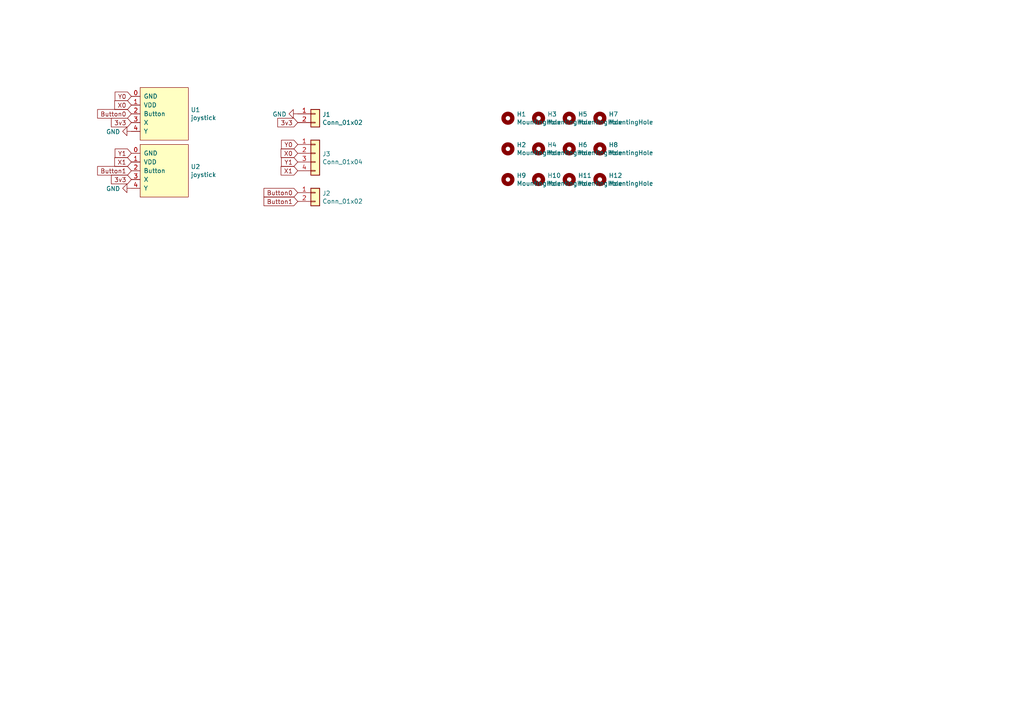
<source format=kicad_sch>
(kicad_sch (version 20230121) (generator eeschema)
  (paper "A4")
  (lib_symbols
    (symbol "Connector_Generic:Conn_01x02" (pin_names (offset 1.016) hide)
      (property "Reference" "J" (at 0 2.54 0))
      (property "Value" "Conn_01x02" (at 0 -5.08 0))
      (symbol "Conn_01x02_1_1"
        (rectangle (start -1.27 -2.413) (end 0 -2.667) (stroke (width 0.1524)))
        (rectangle (start -1.27 0.127) (end 0 -0.127) (stroke (width 0.1524)))
        (rectangle (start -1.27 1.27) (end 1.27 -3.81) (stroke (width 0.254)) (fill (type background)))
        (pin passive line (at -5.08 0 0) (length 3.81) (name "Pin_1") (number "1"))
        (pin passive line (at -5.08 -2.54 0) (length 3.81) (name "Pin_2") (number "2"))
      )
    )
    (symbol "Connector_Generic:Conn_01x04" (pin_names (offset 1.016) hide)
      (property "Reference" "J" (at 0 5.08 0))
      (property "Value" "Conn_01x04" (at 0 -7.62 0))
      (symbol "Conn_01x04_1_1"
        (rectangle (start -1.27 -4.953) (end 0 -5.207) (stroke (width 0.1524)))
        (rectangle (start -1.27 -2.413) (end 0 -2.667) (stroke (width 0.1524)))
        (rectangle (start -1.27 0.127) (end 0 -0.127) (stroke (width 0.1524)))
        (rectangle (start -1.27 2.667) (end 0 2.413) (stroke (width 0.1524)))
        (rectangle (start -1.27 3.81) (end 1.27 -6.35) (stroke (width 0.254)) (fill (type background)))
        (pin passive line (at -5.08 2.54 0) (length 3.81) (name "Pin_1") (number "1"))
        (pin passive line (at -5.08 0 0) (length 3.81) (name "Pin_2") (number "2"))
        (pin passive line (at -5.08 -2.54 0) (length 3.81) (name "Pin_3") (number "3"))
        (pin passive line (at -5.08 -5.08 0) (length 3.81) (name "Pin_4") (number "4"))
      )
    )
    (symbol "Mechanical:MountingHole" (pin_names (offset 1.016))
      (property "Reference" "H" (at 0 5.08 0))
      (property "Value" "MountingHole" (at 0 3.175 0))
      (symbol "MountingHole_0_1"
        (circle (center 0 0) (radius 1.27) (stroke (width 1.27)))
      )
    )
    (symbol "keyestudio-joystick:joystick" (pin_names (offset 1.016))
      (property "Reference" "U" (at 1.27 1.27 0))
      (property "Value" "joystick" (at 10.16 -7.62 90))
      (symbol "joystick_0_1"
        (rectangle (start 0 0) (end 13.97 -15.24) (fill (type background)))
      )
      (symbol "joystick_1_1"
        (pin power_out line (at -2.54 -2.54 0) (length 2.54) (name "GND") (number "0"))
        (pin power_in line (at -2.54 -5.08 0) (length 2.54) (name "VDD") (number "1"))
        (pin output line (at -2.54 -7.62 0) (length 2.54) (name "Button") (number "2"))
        (pin output line (at -2.54 -10.16 0) (length 2.54) (name "X") (number "3"))
        (pin output line (at -2.54 -12.7 0) (length 2.54) (name "Y") (number "4"))
      )
    )
    (symbol "power:GND" (power) (pin_names (offset 0))
      (property "Value" "GND" (at 0 -3.81 0))
      (symbol "GND_0_1"
        (polyline (pts (xy 0 0) (xy 0 -1.27) (xy 1.27 -1.27) (xy 0 -2.54) (xy -1.27 -1.27) (xy 0 -1.27)))
      )
      (symbol "GND_1_1"
        (pin power_in line (at 0 0 270) (length 0) hide (name "GND") (number "1"))
      )
    )
  )
  (global_label "3v3" (shape input) (at 86.36 35.56 180) (property "Intersheetrefs" "${INTERSHEET_REFS}" (effects hide)))
  (global_label "X1" (shape input) (at 38.1 46.99 180) (property "Intersheetrefs" "${INTERSHEET_REFS}" (effects hide)))
  (global_label "Y1" (shape input) (at 38.1 44.45 180) (property "Intersheetrefs" "${INTERSHEET_REFS}" (effects hide)))
  (global_label "Button1" (shape input) (at 38.1 49.53 180) (property "Intersheetrefs" "${INTERSHEET_REFS}" (effects hide)))
  (global_label "Button0" (shape input) (at 38.1 33.02 180) (property "Intersheetrefs" "${INTERSHEET_REFS}" (effects hide)))
  (global_label "Y0" (shape input) (at 86.36 41.91 180) (property "Intersheetrefs" "${INTERSHEET_REFS}" (effects hide)))
  (global_label "Y0" (shape input) (at 38.1 27.94 180) (property "Intersheetrefs" "${INTERSHEET_REFS}" (effects hide)))
  (global_label "X1" (shape input) (at 86.36 49.53 180) (property "Intersheetrefs" "${INTERSHEET_REFS}" (effects hide)))
  (global_label "X0" (shape input) (at 86.36 44.45 180) (property "Intersheetrefs" "${INTERSHEET_REFS}" (effects hide)))
  (global_label "3v3" (shape input) (at 38.1 35.56 180) (property "Intersheetrefs" "${INTERSHEET_REFS}" (effects hide)))
  (global_label "Button1" (shape input) (at 86.36 58.42 180) (property "Intersheetrefs" "${INTERSHEET_REFS}" (effects hide)))
  (global_label "Y1" (shape input) (at 86.36 46.99 180) (property "Intersheetrefs" "${INTERSHEET_REFS}" (effects hide)))
  (global_label "Button0" (shape input) (at 86.36 55.88 180) (property "Intersheetrefs" "${INTERSHEET_REFS}" (effects hide)))
  (global_label "3v3" (shape input) (at 38.1 52.07 180) (property "Intersheetrefs" "${INTERSHEET_REFS}" (effects hide)))
  (global_label "X0" (shape input) (at 38.1 30.48 180) (property "Intersheetrefs" "${INTERSHEET_REFS}" (effects hide)))
  (symbol (lib_id "power:GND") (at 38.1 38.1 270) (unit 1)
    (property "Reference" "#PWR0101" (effects hide))
    (property "Value" "GND" (at 34.8488 38.227 90) (effects (justify right)))
  )
  (symbol (lib_id "power:GND") (at 38.1 54.61 270) (unit 1)
    (property "Reference" "#PWR0102" (effects hide))
    (property "Value" "GND" (at 34.8488 54.737 90) (effects (justify right)))
  )
  (symbol (lib_id "keyestudio-joystick:joystick") (at 40.64 25.4 0) (unit 1)
    (property "Reference" "U1" (at 55.3212 31.8516 0) (effects (justify left)))
    (property "Value" "joystick" (at 55.3212 34.163 0) (effects (justify left)))
    (property "Footprint" "joystick-board:joystick" (effects hide))
  )
  (symbol (lib_id "keyestudio-joystick:joystick") (at 40.64 41.91 0) (unit 1)
    (property "Reference" "U2" (at 55.3212 48.3616 0) (effects (justify left)))
    (property "Value" "joystick" (at 55.3212 50.673 0) (effects (justify left)))
    (property "Footprint" "joystick-board:joystick" (effects hide))
  )
  (symbol (lib_id "power:GND") (at 86.36 33.02 270) (unit 1)
    (property "Reference" "#PWR01" (effects hide))
    (property "Value" "GND" (at 83.1088 33.147 90) (effects (justify right)))
  )
  (symbol (lib_id "Connector_Generic:Conn_01x02") (at 91.44 33.02 0) (unit 1)
    (property "Reference" "J1" (at 93.472 33.2232 0) (effects (justify left)))
    (property "Value" "Conn_01x02" (at 93.472 35.5346 0) (effects (justify left)))
    (property "Footprint" "Connector_PinHeader_2.54mm:PinHeader_1x02_P2.54mm_Vertical" (effects hide))
  )
  (symbol (lib_id "Connector_Generic:Conn_01x04") (at 91.44 44.45 0) (unit 1)
    (property "Reference" "J3" (at 93.472 44.6532 0) (effects (justify left)))
    (property "Value" "Conn_01x04" (at 93.472 46.9646 0) (effects (justify left)))
    (property "Footprint" "Connector_PinHeader_2.54mm:PinHeader_1x04_P2.54mm_Vertical" (effects hide))
  )
  (symbol (lib_id "Mechanical:MountingHole") (at 147.32 34.29 0) (unit 1)
    (property "Reference" "H1" (at 149.86 33.1216 0) (effects (justify left)))
    (property "Value" "MountingHole" (at 149.86 35.433 0) (effects (justify left)))
    (property "Footprint" "MountingHole:MountingHole_4mm" (effects hide))
  )
  (symbol (lib_id "Mechanical:MountingHole") (at 156.21 34.29 0) (unit 1)
    (property "Reference" "H3" (at 158.75 33.1216 0) (effects (justify left)))
    (property "Value" "MountingHole" (at 158.75 35.433 0) (effects (justify left)))
    (property "Footprint" "MountingHole:MountingHole_4mm" (effects hide))
  )
  (symbol (lib_id "Mechanical:MountingHole") (at 165.1 34.29 0) (unit 1)
    (property "Reference" "H5" (at 167.64 33.1216 0) (effects (justify left)))
    (property "Value" "MountingHole" (at 167.64 35.433 0) (effects (justify left)))
    (property "Footprint" "MountingHole:MountingHole_4mm" (effects hide))
  )
  (symbol (lib_id "Mechanical:MountingHole") (at 173.99 34.29 0) (unit 1)
    (property "Reference" "H7" (at 176.53 33.1216 0) (effects (justify left)))
    (property "Value" "MountingHole" (at 176.53 35.433 0) (effects (justify left)))
    (property "Footprint" "MountingHole:MountingHole_4mm" (effects hide))
  )
  (symbol (lib_id "Mechanical:MountingHole") (at 147.32 43.18 0) (unit 1)
    (property "Reference" "H2" (at 149.86 42.0116 0) (effects (justify left)))
    (property "Value" "MountingHole" (at 149.86 44.323 0) (effects (justify left)))
    (property "Footprint" "MountingHole:MountingHole_4mm" (effects hide))
  )
  (symbol (lib_id "Mechanical:MountingHole") (at 156.21 43.18 0) (unit 1)
    (property "Reference" "H4" (at 158.75 42.0116 0) (effects (justify left)))
    (property "Value" "MountingHole" (at 158.75 44.323 0) (effects (justify left)))
    (property "Footprint" "MountingHole:MountingHole_4mm" (effects hide))
  )
  (symbol (lib_id "Mechanical:MountingHole") (at 165.1 43.18 0) (unit 1)
    (property "Reference" "H6" (at 167.64 42.0116 0) (effects (justify left)))
    (property "Value" "MountingHole" (at 167.64 44.323 0) (effects (justify left)))
    (property "Footprint" "MountingHole:MountingHole_4mm" (effects hide))
  )
  (symbol (lib_id "Mechanical:MountingHole") (at 173.99 43.18 0) (unit 1)
    (property "Reference" "H8" (at 176.53 42.0116 0) (effects (justify left)))
    (property "Value" "MountingHole" (at 176.53 44.323 0) (effects (justify left)))
    (property "Footprint" "MountingHole:MountingHole_4mm" (effects hide))
  )
  (symbol (lib_id "Mechanical:MountingHole") (at 147.32 52.07 0) (unit 1)
    (property "Reference" "H9" (at 149.86 50.9016 0) (effects (justify left)))
    (property "Value" "MountingHole" (at 149.86 53.213 0) (effects (justify left)))
    (property "Footprint" "MountingHole:MountingHole_4mm" (effects hide))
  )
  (symbol (lib_id "Mechanical:MountingHole") (at 156.21 52.07 0) (unit 1)
    (property "Reference" "H10" (at 158.75 50.9016 0) (effects (justify left)))
    (property "Value" "MountingHole" (at 158.75 53.213 0) (effects (justify left)))
    (property "Footprint" "MountingHole:MountingHole_4mm" (effects hide))
  )
  (symbol (lib_id "Mechanical:MountingHole") (at 165.1 52.07 0) (unit 1)
    (property "Reference" "H11" (at 167.64 50.9016 0) (effects (justify left)))
    (property "Value" "MountingHole" (at 167.64 53.213 0) (effects (justify left)))
    (property "Footprint" "MountingHole:MountingHole_4mm" (effects hide))
  )
  (symbol (lib_id "Mechanical:MountingHole") (at 173.99 52.07 0) (unit 1)
    (property "Reference" "H12" (at 176.53 50.9016 0) (effects (justify left)))
    (property "Value" "MountingHole" (at 176.53 53.213 0) (effects (justify left)))
    (property "Footprint" "MountingHole:MountingHole_4mm" (effects hide))
  )
  (symbol (lib_id "Connector_Generic:Conn_01x02") (at 91.44 55.88 0) (unit 1)
    (property "Reference" "J2" (at 93.472 56.0832 0) (effects (justify left)))
    (property "Value" "Conn_01x02" (at 93.472 58.3946 0) (effects (justify left)))
    (property "Footprint" "Connector_PinHeader_2.54mm:PinHeader_1x02_P2.54mm_Vertical" (effects hide))
  )
)
</source>
